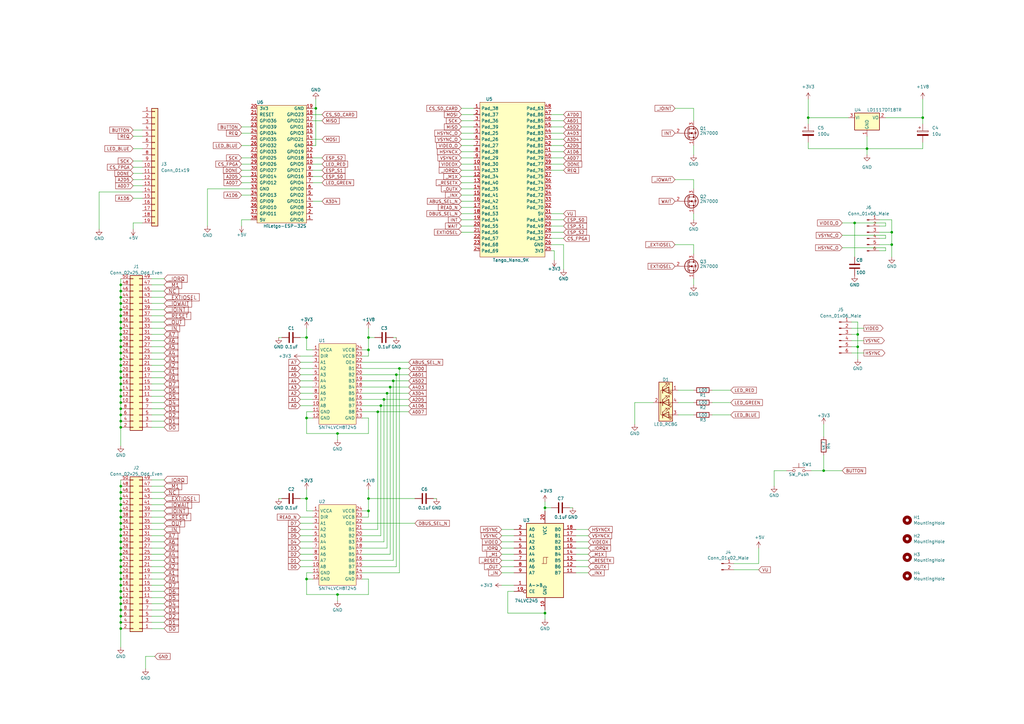
<source format=kicad_sch>
(kicad_sch (version 20211123) (generator eeschema)
  (paper "A3")
  (title_block (title "TRS-IO-M3 HIRES") (date "2022-07-24") (rev "V2.0") (comment 3 "Title: TRS-IO with HIRES for the TRS-80 Model III") (comment 4 "Author: Matt Boytim & Arno Puder"))
  (junction (at 49.53 149.86))
  (junction (at 49.53 132.08))
  (junction (at 49.53 147.32))
  (junction (at 350.52 91.44))
  (junction (at 151.13 204.47))
  (junction (at 163.83 151.13))
  (junction (at 351.79 137.16))
  (junction (at 49.53 137.16))
  (junction (at 49.53 214.63))
  (junction (at 49.53 172.72))
  (junction (at 365.76 95.25))
  (junction (at 49.53 154.94))
  (junction (at 49.53 227.33))
  (junction (at 49.53 157.48))
  (junction (at 49.53 170.18))
  (junction (at 223.52 208.28))
  (junction (at 49.53 209.55))
  (junction (at 49.53 152.4))
  (junction (at 355.6 60.96))
  (junction (at 49.53 199.39))
  (junction (at 49.53 139.7))
  (junction (at 49.53 160.02))
  (junction (at 49.53 142.24))
  (junction (at 125.73 237.49))
  (junction (at 125.73 204.47))
  (junction (at 151.13 209.55))
  (junction (at 49.53 224.79))
  (junction (at 162.56 153.67))
  (junction (at 158.75 161.29))
  (junction (at 331.47 48.26))
  (junction (at 160.02 158.75))
  (junction (at 49.53 250.19))
  (junction (at 49.53 127))
  (junction (at 49.53 204.47))
  (junction (at 125.73 138.43))
  (junction (at 49.53 229.87))
  (junction (at 154.94 168.91))
  (junction (at 49.53 124.46))
  (junction (at 49.53 217.17))
  (junction (at 49.53 234.95))
  (junction (at 49.53 252.73))
  (junction (at 138.43 243.84))
  (junction (at 49.53 167.64))
  (junction (at 161.29 156.21))
  (junction (at 49.53 219.71))
  (junction (at 49.53 212.09))
  (junction (at 223.52 251.46))
  (junction (at 49.53 242.57))
  (junction (at 49.53 237.49))
  (junction (at 49.53 134.62))
  (junction (at 49.53 116.84))
  (junction (at 151.13 143.51))
  (junction (at 49.53 257.81))
  (junction (at 156.21 166.37))
  (junction (at 49.53 232.41))
  (junction (at 125.73 171.45))
  (junction (at 49.53 144.78))
  (junction (at 49.53 121.92))
  (junction (at 157.48 163.83))
  (junction (at 129.54 44.45))
  (junction (at 49.53 175.26))
  (junction (at 49.53 165.1))
  (junction (at 49.53 119.38))
  (junction (at 49.53 240.03))
  (junction (at 337.82 193.04))
  (junction (at 49.53 207.01))
  (junction (at 49.53 201.93))
  (junction (at 49.53 162.56))
  (junction (at 49.53 129.54))
  (junction (at 138.43 177.8))
  (junction (at 378.46 48.26))
  (junction (at 49.53 255.27))
  (junction (at 351.79 142.24))
  (junction (at 49.53 247.65))
  (junction (at 49.53 245.11))
  (junction (at 49.53 222.25))
  (junction (at 151.13 138.43))
  (junction (at 365.76 100.33))
  (wire (pts (xy 102.87 90.17) (xy 99.06 90.17)))
  (wire (pts (xy 62.23 149.86) (xy 67.31 149.86)))
  (wire (pts (xy 129.54 44.45) (xy 129.54 59.69)))
  (wire (pts (xy 49.53 175.26) (xy 49.53 182.88)))
  (wire (pts (xy 337.82 173.99) (xy 337.82 179.07)))
  (wire (pts (xy 189.23 85.09) (xy 194.31 85.09)))
  (wire (pts (xy 154.94 168.91) (xy 167.64 168.91)))
  (wire (pts (xy 129.54 59.69) (xy 128.27 59.69)))
  (wire (pts (xy 148.59 151.13) (xy 163.83 151.13)))
  (wire (pts (xy 123.19 166.37) (xy 128.27 166.37)))
  (wire (pts (xy 114.3 138.43) (xy 115.57 138.43)))
  (wire (pts (xy 331.47 60.96) (xy 355.6 60.96)))
  (wire (pts (xy 189.23 59.69) (xy 194.31 59.69)))
  (wire (pts (xy 54.61 53.34) (xy 58.42 53.34)))
  (wire (pts (xy 226.06 92.71) (xy 231.14 92.71)))
  (wire (pts (xy 125.73 143.51) (xy 128.27 143.51)))
  (wire (pts (xy 49.53 149.86) (xy 49.53 152.4)))
  (wire (pts (xy 62.23 124.46) (xy 67.31 124.46)))
  (wire (pts (xy 205.74 232.41) (xy 210.82 232.41)))
  (wire (pts (xy 154.94 168.91) (xy 154.94 217.17)))
  (wire (pts (xy 337.82 186.69) (xy 337.82 193.04)))
  (wire (pts (xy 151.13 138.43) (xy 151.13 143.51)))
  (wire (pts (xy 49.53 119.38) (xy 49.53 121.92)))
  (wire (pts (xy 114.3 204.47) (xy 115.57 204.47)))
  (wire (pts (xy 148.59 143.51) (xy 151.13 143.51)))
  (wire (pts (xy 236.22 234.95) (xy 241.3 234.95)))
  (wire (pts (xy 205.74 229.87) (xy 210.82 229.87)))
  (wire (pts (xy 49.53 212.09) (xy 49.53 214.63)))
  (wire (pts (xy 132.08 49.53) (xy 128.27 49.53)))
  (wire (pts (xy 151.13 200.66) (xy 151.13 204.47)))
  (wire (pts (xy 208.28 242.57) (xy 208.28 251.46)))
  (wire (pts (xy 49.53 227.33) (xy 49.53 229.87)))
  (wire (pts (xy 226.06 49.53) (xy 231.14 49.53)))
  (wire (pts (xy 284.48 44.45) (xy 276.86 44.45)))
  (wire (pts (xy 54.61 60.96) (xy 58.42 60.96)))
  (wire (pts (xy 123.19 222.25) (xy 128.27 222.25)))
  (wire (pts (xy 223.52 205.74) (xy 223.52 208.28)))
  (wire (pts (xy 123.19 219.71) (xy 128.27 219.71)))
  (wire (pts (xy 189.23 57.15) (xy 194.31 57.15)))
  (wire (pts (xy 59.69 269.24) (xy 63.5 269.24)))
  (wire (pts (xy 49.53 214.63) (xy 49.53 217.17)))
  (wire (pts (xy 189.23 67.31) (xy 194.31 67.31)))
  (wire (pts (xy 300.99 231.14) (xy 311.15 231.14)))
  (wire (pts (xy 350.52 91.44) (xy 363.22 91.44)))
  (wire (pts (xy 62.23 232.41) (xy 67.31 232.41)))
  (wire (pts (xy 210.82 240.03) (xy 205.74 240.03)))
  (wire (pts (xy 123.19 229.87) (xy 128.27 229.87)))
  (wire (pts (xy 236.22 222.25) (xy 241.3 222.25)))
  (wire (pts (xy 138.43 243.84) (xy 151.13 243.84)))
  (wire (pts (xy 260.35 173.99) (xy 260.35 165.1)))
  (wire (pts (xy 123.19 153.67) (xy 128.27 153.67)))
  (wire (pts (xy 365.76 95.25) (xy 365.76 100.33)))
  (wire (pts (xy 99.06 90.17) (xy 99.06 92.71)))
  (wire (pts (xy 99.06 74.93) (xy 102.87 74.93)))
  (wire (pts (xy 148.59 224.79) (xy 158.75 224.79)))
  (wire (pts (xy 210.82 242.57) (xy 208.28 242.57)))
  (wire (pts (xy 123.19 158.75) (xy 128.27 158.75)))
  (wire (pts (xy 58.42 66.04) (xy 54.61 66.04)))
  (wire (pts (xy 223.52 250.19) (xy 223.52 251.46)))
  (wire (pts (xy 49.53 147.32) (xy 49.53 149.86)))
  (wire (pts (xy 226.06 54.61) (xy 231.14 54.61)))
  (wire (pts (xy 351.79 132.08) (xy 351.79 137.16)))
  (wire (pts (xy 49.53 157.48) (xy 49.53 160.02)))
  (wire (pts (xy 49.53 257.81) (xy 49.53 265.43)))
  (wire (pts (xy 99.06 52.07) (xy 102.87 52.07)))
  (wire (pts (xy 151.13 243.84) (xy 151.13 237.49)))
  (wire (pts (xy 179.07 204.47) (xy 177.8 204.47)))
  (wire (pts (xy 49.53 162.56) (xy 49.53 165.1)))
  (wire (pts (xy 349.25 132.08) (xy 351.79 132.08)))
  (wire (pts (xy 158.75 161.29) (xy 158.75 224.79)))
  (wire (pts (xy 260.35 165.1) (xy 267.97 165.1)))
  (wire (pts (xy 123.19 161.29) (xy 128.27 161.29)))
  (wire (pts (xy 151.13 177.8) (xy 151.13 171.45)))
  (wire (pts (xy 292.1 160.02) (xy 299.72 160.02)))
  (wire (pts (xy 62.23 132.08) (xy 67.31 132.08)))
  (wire (pts (xy 349.25 137.16) (xy 351.79 137.16)))
  (wire (pts (xy 62.23 252.73) (xy 67.31 252.73)))
  (wire (pts (xy 123.19 227.33) (xy 128.27 227.33)))
  (wire (pts (xy 102.87 54.61) (xy 99.06 54.61)))
  (wire (pts (xy 49.53 242.57) (xy 49.53 245.11)))
  (wire (pts (xy 62.23 207.01) (xy 67.31 207.01)))
  (wire (pts (xy 205.74 227.33) (xy 210.82 227.33)))
  (wire (pts (xy 49.53 217.17) (xy 49.53 219.71)))
  (wire (pts (xy 125.73 138.43) (xy 125.73 143.51)))
  (wire (pts (xy 189.23 95.25) (xy 194.31 95.25)))
  (wire (pts (xy 49.53 170.18) (xy 49.53 172.72)))
  (wire (pts (xy 365.76 90.17) (xy 365.76 95.25)))
  (wire (pts (xy 278.13 170.18) (xy 284.48 170.18)))
  (wire (pts (xy 226.06 62.23) (xy 231.14 62.23)))
  (wire (pts (xy 62.23 201.93) (xy 67.31 201.93)))
  (wire (pts (xy 349.25 144.78) (xy 354.33 144.78)))
  (wire (pts (xy 163.83 151.13) (xy 167.64 151.13)))
  (wire (pts (xy 62.23 196.85) (xy 67.31 196.85)))
  (wire (pts (xy 123.19 148.59) (xy 128.27 148.59)))
  (wire (pts (xy 62.23 229.87) (xy 67.31 229.87)))
  (wire (pts (xy 49.53 121.92) (xy 49.53 124.46)))
  (wire (pts (xy 49.53 196.85) (xy 49.53 199.39)))
  (wire (pts (xy 138.43 243.84) (xy 138.43 246.38)))
  (wire (pts (xy 49.53 255.27) (xy 49.53 257.81)))
  (wire (pts (xy 231.14 100.33) (xy 231.14 110.49)))
  (wire (pts (xy 226.06 59.69) (xy 231.14 59.69)))
  (wire (pts (xy 129.54 40.64) (xy 129.54 44.45)))
  (wire (pts (xy 345.44 96.52) (xy 363.22 96.52)))
  (wire (pts (xy 58.42 78.74) (xy 40.64 78.74)))
  (wire (pts (xy 158.75 161.29) (xy 167.64 161.29)))
  (wire (pts (xy 151.13 209.55) (xy 151.13 212.09)))
  (wire (pts (xy 62.23 219.71) (xy 67.31 219.71)))
  (wire (pts (xy 49.53 234.95) (xy 49.53 237.49)))
  (wire (pts (xy 360.68 90.17) (xy 365.76 90.17)))
  (wire (pts (xy 62.23 250.19) (xy 67.31 250.19)))
  (wire (pts (xy 102.87 67.31) (xy 99.06 67.31)))
  (wire (pts (xy 99.06 59.69) (xy 102.87 59.69)))
  (wire (pts (xy 189.23 82.55) (xy 194.31 82.55)))
  (wire (pts (xy 62.23 242.57) (xy 67.31 242.57)))
  (wire (pts (xy 148.59 222.25) (xy 157.48 222.25)))
  (wire (pts (xy 189.23 46.99) (xy 194.31 46.99)))
  (wire (pts (xy 363.22 92.71) (xy 360.68 92.71)))
  (wire (pts (xy 132.08 74.93) (xy 128.27 74.93)))
  (wire (pts (xy 59.69 274.32) (xy 59.69 269.24)))
  (wire (pts (xy 49.53 172.72) (xy 49.53 175.26)))
  (wire (pts (xy 58.42 71.12) (xy 54.61 71.12)))
  (wire (pts (xy 49.53 152.4) (xy 49.53 154.94)))
  (wire (pts (xy 62.23 257.81) (xy 67.31 257.81)))
  (wire (pts (xy 236.22 232.41) (xy 241.3 232.41)))
  (wire (pts (xy 162.56 138.43) (xy 161.29 138.43)))
  (wire (pts (xy 233.68 208.28) (xy 234.95 208.28)))
  (wire (pts (xy 148.59 214.63) (xy 170.18 214.63)))
  (wire (pts (xy 148.59 217.17) (xy 154.94 217.17)))
  (wire (pts (xy 62.23 144.78) (xy 67.31 144.78)))
  (wire (pts (xy 205.74 234.95) (xy 210.82 234.95)))
  (wire (pts (xy 125.73 134.62) (xy 125.73 138.43)))
  (wire (pts (xy 125.73 234.95) (xy 125.73 237.49)))
  (wire (pts (xy 123.19 232.41) (xy 128.27 232.41)))
  (wire (pts (xy 151.13 212.09) (xy 148.59 212.09)))
  (wire (pts (xy 355.6 60.96) (xy 378.46 60.96)))
  (wire (pts (xy 151.13 146.05) (xy 148.59 146.05)))
  (wire (pts (xy 123.19 156.21) (xy 128.27 156.21)))
  (wire (pts (xy 148.59 161.29) (xy 158.75 161.29)))
  (wire (pts (xy 62.23 204.47) (xy 67.31 204.47)))
  (wire (pts (xy 210.82 222.25) (xy 205.74 222.25)))
  (wire (pts (xy 226.06 90.17) (xy 231.14 90.17)))
  (wire (pts (xy 62.23 172.72) (xy 67.31 172.72)))
  (wire (pts (xy 378.46 48.26) (xy 378.46 50.8)))
  (wire (pts (xy 156.21 166.37) (xy 167.64 166.37)))
  (wire (pts (xy 49.53 129.54) (xy 49.53 132.08)))
  (wire (pts (xy 49.53 116.84) (xy 49.53 119.38)))
  (wire (pts (xy 49.53 137.16) (xy 49.53 139.7)))
  (wire (pts (xy 62.23 152.4) (xy 67.31 152.4)))
  (wire (pts (xy 355.6 55.88) (xy 355.6 60.96)))
  (wire (pts (xy 62.23 157.48) (xy 67.31 157.48)))
  (wire (pts (xy 125.73 237.49) (xy 128.27 237.49)))
  (wire (pts (xy 49.53 240.03) (xy 49.53 242.57)))
  (wire (pts (xy 62.23 224.79) (xy 67.31 224.79)))
  (wire (pts (xy 278.13 165.1) (xy 284.48 165.1)))
  (wire (pts (xy 189.23 77.47) (xy 194.31 77.47)))
  (wire (pts (xy 62.23 142.24) (xy 67.31 142.24)))
  (wire (pts (xy 337.82 193.04) (xy 345.44 193.04)))
  (wire (pts (xy 151.13 204.47) (xy 170.18 204.47)))
  (wire (pts (xy 49.53 124.46) (xy 49.53 127)))
  (wire (pts (xy 189.23 62.23) (xy 194.31 62.23)))
  (wire (pts (xy 151.13 134.62) (xy 151.13 138.43)))
  (wire (pts (xy 123.19 151.13) (xy 128.27 151.13)))
  (wire (pts (xy 128.27 234.95) (xy 125.73 234.95)))
  (wire (pts (xy 49.53 229.87) (xy 49.53 232.41)))
  (wire (pts (xy 49.53 167.64) (xy 49.53 170.18)))
  (wire (pts (xy 148.59 171.45) (xy 151.13 171.45)))
  (wire (pts (xy 148.59 232.41) (xy 162.56 232.41)))
  (wire (pts (xy 151.13 138.43) (xy 153.67 138.43)))
  (wire (pts (xy 62.23 162.56) (xy 67.31 162.56)))
  (wire (pts (xy 125.73 237.49) (xy 125.73 243.84)))
  (wire (pts (xy 226.06 95.25) (xy 231.14 95.25)))
  (wire (pts (xy 284.48 87.63) (xy 284.48 90.17)))
  (wire (pts (xy 236.22 227.33) (xy 241.3 227.33)))
  (wire (pts (xy 54.61 91.44) (xy 54.61 93.98)))
  (wire (pts (xy 148.59 156.21) (xy 161.29 156.21)))
  (wire (pts (xy 49.53 165.1) (xy 49.53 167.64)))
  (wire (pts (xy 236.22 219.71) (xy 241.3 219.71)))
  (wire (pts (xy 345.44 91.44) (xy 350.52 91.44)))
  (wire (pts (xy 194.31 72.39) (xy 189.23 72.39)))
  (wire (pts (xy 138.43 177.8) (xy 138.43 180.34)))
  (wire (pts (xy 102.87 77.47) (xy 85.09 77.47)))
  (wire (pts (xy 128.27 46.99) (xy 132.08 46.99)))
  (wire (pts (xy 49.53 237.49) (xy 49.53 240.03)))
  (wire (pts (xy 157.48 163.83) (xy 167.64 163.83)))
  (wire (pts (xy 322.58 193.04) (xy 317.5 193.04)))
  (wire (pts (xy 349.25 139.7) (xy 354.33 139.7)))
  (wire (pts (xy 62.23 222.25) (xy 67.31 222.25)))
  (wire (pts (xy 365.76 100.33) (xy 365.76 105.41)))
  (wire (pts (xy 363.22 101.6) (xy 363.22 102.87)))
  (wire (pts (xy 49.53 245.11) (xy 49.53 247.65)))
  (wire (pts (xy 226.06 46.99) (xy 231.14 46.99)))
  (wire (pts (xy 148.59 234.95) (xy 163.83 234.95)))
  (wire (pts (xy 125.73 204.47) (xy 125.73 209.55)))
  (wire (pts (xy 205.74 224.79) (xy 210.82 224.79)))
  (wire (pts (xy 62.23 129.54) (xy 67.31 129.54)))
  (wire (pts (xy 49.53 144.78) (xy 49.53 147.32)))
  (wire (pts (xy 62.23 245.11) (xy 67.31 245.11)))
  (wire (pts (xy 226.06 64.77) (xy 231.14 64.77)))
  (wire (pts (xy 128.27 72.39) (xy 132.08 72.39)))
  (wire (pts (xy 62.23 127) (xy 67.31 127)))
  (wire (pts (xy 226.06 69.85) (xy 231.14 69.85)))
  (wire (pts (xy 62.23 199.39) (xy 67.31 199.39)))
  (wire (pts (xy 189.23 74.93) (xy 194.31 74.93)))
  (wire (pts (xy 49.53 114.3) (xy 49.53 116.84)))
  (wire (pts (xy 223.52 208.28) (xy 226.06 208.28)))
  (wire (pts (xy 148.59 153.67) (xy 162.56 153.67)))
  (wire (pts (xy 40.64 78.74) (xy 40.64 93.98)))
  (wire (pts (xy 160.02 158.75) (xy 160.02 227.33)))
  (wire (pts (xy 49.53 160.02) (xy 49.53 162.56)))
  (wire (pts (xy 62.23 139.7) (xy 67.31 139.7)))
  (wire (pts (xy 49.53 127) (xy 49.53 129.54)))
  (wire (pts (xy 317.5 193.04) (xy 317.5 199.39)))
  (wire (pts (xy 189.23 54.61) (xy 194.31 54.61)))
  (wire (pts (xy 162.56 153.67) (xy 167.64 153.67)))
  (wire (pts (xy 62.23 160.02) (xy 67.31 160.02)))
  (wire (pts (xy 49.53 252.73) (xy 49.53 255.27)))
  (wire (pts (xy 226.06 52.07) (xy 231.14 52.07)))
  (wire (pts (xy 128.27 168.91) (xy 125.73 168.91)))
  (wire (pts (xy 102.87 69.85) (xy 99.06 69.85)))
  (wire (pts (xy 148.59 168.91) (xy 154.94 168.91)))
  (wire (pts (xy 49.53 134.62) (xy 49.53 137.16)))
  (wire (pts (xy 331.47 48.26) (xy 331.47 50.8)))
  (wire (pts (xy 223.52 208.28) (xy 223.52 209.55)))
  (wire (pts (xy 123.19 163.83) (xy 128.27 163.83)))
  (wire (pts (xy 49.53 232.41) (xy 49.53 234.95)))
  (wire (pts (xy 125.73 168.91) (xy 125.73 171.45)))
  (wire (pts (xy 151.13 204.47) (xy 151.13 209.55)))
  (wire (pts (xy 331.47 48.26) (xy 347.98 48.26)))
  (wire (pts (xy 99.06 72.39) (xy 102.87 72.39)))
  (wire (pts (xy 58.42 55.88) (xy 54.61 55.88)))
  (wire (pts (xy 189.23 90.17) (xy 194.31 90.17)))
  (wire (pts (xy 123.19 224.79) (xy 128.27 224.79)))
  (wire (pts (xy 49.53 209.55) (xy 49.53 212.09)))
  (wire (pts (xy 292.1 170.18) (xy 299.72 170.18)))
  (wire (pts (xy 360.68 100.33) (xy 365.76 100.33)))
  (wire (pts (xy 125.73 171.45) (xy 125.73 177.8)))
  (wire (pts (xy 62.23 212.09) (xy 67.31 212.09)))
  (wire (pts (xy 128.27 82.55) (xy 132.08 82.55)))
  (wire (pts (xy 205.74 217.17) (xy 210.82 217.17)))
  (wire (pts (xy 125.73 243.84) (xy 138.43 243.84)))
  (wire (pts (xy 160.02 158.75) (xy 167.64 158.75)))
  (wire (pts (xy 284.48 73.66) (xy 284.48 77.47)))
  (wire (pts (xy 128.27 212.09) (xy 123.19 212.09)))
  (wire (pts (xy 85.09 77.47) (xy 85.09 92.71)))
  (wire (pts (xy 123.19 217.17) (xy 128.27 217.17)))
  (wire (pts (xy 102.87 64.77) (xy 99.06 64.77)))
  (wire (pts (xy 227.33 102.87) (xy 227.33 106.68)))
  (wire (pts (xy 49.53 199.39) (xy 49.53 201.93)))
  (wire (pts (xy 49.53 132.08) (xy 49.53 134.62)))
  (wire (pts (xy 62.23 217.17) (xy 67.31 217.17)))
  (wire (pts (xy 161.29 156.21) (xy 167.64 156.21)))
  (wire (pts (xy 58.42 91.44) (xy 54.61 91.44)))
  (wire (pts (xy 62.23 170.18) (xy 67.31 170.18)))
  (wire (pts (xy 123.19 214.63) (xy 128.27 214.63)))
  (wire (pts (xy 148.59 219.71) (xy 156.21 219.71)))
  (wire (pts (xy 125.73 177.8) (xy 138.43 177.8)))
  (wire (pts (xy 345.44 101.6) (xy 363.22 101.6)))
  (wire (pts (xy 49.53 250.19) (xy 49.53 252.73)))
  (wire (pts (xy 189.23 92.71) (xy 194.31 92.71)))
  (wire (pts (xy 231.14 87.63) (xy 226.06 87.63)))
  (wire (pts (xy 62.23 227.33) (xy 67.31 227.33)))
  (wire (pts (xy 138.43 177.8) (xy 151.13 177.8)))
  (wire (pts (xy 49.53 219.71) (xy 49.53 222.25)))
  (wire (pts (xy 156.21 166.37) (xy 156.21 219.71)))
  (wire (pts (xy 132.08 67.31) (xy 128.27 67.31)))
  (wire (pts (xy 363.22 96.52) (xy 363.22 97.79)))
  (wire (pts (xy 123.19 138.43) (xy 125.73 138.43)))
  (wire (pts (xy 62.23 114.3) (xy 67.31 114.3)))
  (wire (pts (xy 226.06 57.15) (xy 231.14 57.15)))
  (wire (pts (xy 205.74 219.71) (xy 210.82 219.71)))
  (wire (pts (xy 189.23 69.85) (xy 194.31 69.85)))
  (wire (pts (xy 189.23 52.07) (xy 194.31 52.07)))
  (wire (pts (xy 363.22 97.79) (xy 360.68 97.79)))
  (wire (pts (xy 331.47 40.64) (xy 331.47 48.26)))
  (wire (pts (xy 62.23 167.64) (xy 67.31 167.64)))
  (wire (pts (xy 62.23 255.27) (xy 67.31 255.27)))
  (wire (pts (xy 223.52 251.46) (xy 223.52 254)))
  (wire (pts (xy 350.52 105.41) (xy 350.52 91.44)))
  (wire (pts (xy 128.27 44.45) (xy 129.54 44.45)))
  (wire (pts (xy 148.59 163.83) (xy 157.48 163.83)))
  (wire (pts (xy 331.47 58.42) (xy 331.47 60.96)))
  (wire (pts (xy 226.06 102.87) (xy 227.33 102.87)))
  (wire (pts (xy 62.23 147.32) (xy 67.31 147.32)))
  (wire (pts (xy 378.46 58.42) (xy 378.46 60.96)))
  (wire (pts (xy 125.73 209.55) (xy 128.27 209.55)))
  (wire (pts (xy 189.23 64.77) (xy 194.31 64.77)))
  (wire (pts (xy 128.27 64.77) (xy 132.08 64.77)))
  (wire (pts (xy 132.08 57.15) (xy 128.27 57.15)))
  (wire (pts (xy 349.25 142.24) (xy 351.79 142.24)))
  (wire (pts (xy 62.23 119.38) (xy 67.31 119.38)))
  (wire (pts (xy 125.73 200.66) (xy 125.73 204.47)))
  (wire (pts (xy 62.23 234.95) (xy 67.31 234.95)))
  (wire (pts (xy 360.68 95.25) (xy 365.76 95.25)))
  (wire (pts (xy 49.53 204.47) (xy 49.53 207.01)))
  (wire (pts (xy 58.42 68.58) (xy 54.61 68.58)))
  (wire (pts (xy 363.22 91.44) (xy 363.22 92.71)))
  (wire (pts (xy 49.53 154.94) (xy 49.53 157.48)))
  (wire (pts (xy 284.48 59.69) (xy 284.48 63.5)))
  (wire (pts (xy 62.23 121.92) (xy 67.31 121.92)))
  (wire (pts (xy 189.23 49.53) (xy 194.31 49.53)))
  (wire (pts (xy 284.48 49.53) (xy 284.48 44.45)))
  (wire (pts (xy 148.59 148.59) (xy 167.64 148.59)))
  (wire (pts (xy 189.23 87.63) (xy 194.31 87.63)))
  (wire (pts (xy 148.59 166.37) (xy 156.21 166.37)))
  (wire (pts (xy 236.22 217.17) (xy 241.3 217.17)))
  (wire (pts (xy 62.23 240.03) (xy 67.31 240.03)))
  (wire (pts (xy 300.99 233.68) (xy 311.15 233.68)))
  (wire (pts (xy 236.22 224.79) (xy 241.3 224.79)))
  (wire (pts (xy 62.23 154.94) (xy 67.31 154.94)))
  (wire (pts (xy 163.83 151.13) (xy 163.83 234.95)))
  (wire (pts (xy 148.59 227.33) (xy 160.02 227.33)))
  (wire (pts (xy 148.59 237.49) (xy 151.13 237.49)))
  (wire (pts (xy 62.23 214.63) (xy 67.31 214.63)))
  (wire (pts (xy 62.23 247.65) (xy 67.31 247.65)))
  (wire (pts (xy 284.48 114.3) (xy 284.48 116.84)))
  (wire (pts (xy 161.29 156.21) (xy 161.29 229.87)))
  (wire (pts (xy 349.25 134.62) (xy 354.33 134.62)))
  (wire (pts (xy 62.23 165.1) (xy 67.31 165.1)))
  (wire (pts (xy 49.53 224.79) (xy 49.53 227.33)))
  (wire (pts (xy 226.06 100.33) (xy 231.14 100.33)))
  (wire (pts (xy 355.6 60.96) (xy 355.6 63.5)))
  (wire (pts (xy 49.53 142.24) (xy 49.53 144.78)))
  (wire (pts (xy 128.27 146.05) (xy 123.19 146.05)))
  (wire (pts (xy 128.27 69.85) (xy 132.08 69.85)))
  (wire (pts (xy 49.53 207.01) (xy 49.53 209.55)))
  (wire (pts (xy 284.48 100.33) (xy 284.48 104.14)))
  (wire (pts (xy 54.61 76.2) (xy 58.42 76.2)))
  (wire (pts (xy 208.28 251.46) (xy 223.52 251.46)))
  (wire (pts (xy 62.23 175.26) (xy 67.31 175.26)))
  (wire (pts (xy 49.53 247.65) (xy 49.53 250.19)))
  (wire (pts (xy 148.59 229.87) (xy 161.29 229.87)))
  (wire (pts (xy 62.23 237.49) (xy 67.31 237.49)))
  (wire (pts (xy 337.82 193.04) (xy 332.74 193.04)))
  (wire (pts (xy 49.53 139.7) (xy 49.53 142.24)))
  (wire (pts (xy 236.22 229.87) (xy 241.3 229.87)))
  (wire (pts (xy 151.13 143.51) (xy 151.13 146.05)))
  (wire (pts (xy 148.59 209.55) (xy 151.13 209.55)))
  (wire (pts (xy 378.46 48.26) (xy 363.22 48.26)))
  (wire (pts (xy 189.23 80.01) (xy 194.31 80.01)))
  (wire (pts (xy 162.56 153.67) (xy 162.56 232.41)))
  (wire (pts (xy 62.23 209.55) (xy 67.31 209.55)))
  (wire (pts (xy 378.46 40.64) (xy 378.46 48.26)))
  (wire (pts (xy 62.23 116.84) (xy 67.31 116.84)))
  (wire (pts (xy 226.06 97.79) (xy 231.14 97.79)))
  (wire (pts (xy 276.86 73.66) (xy 284.48 73.66)))
  (wire (pts (xy 363.22 102.87) (xy 360.68 102.87)))
  (wire (pts (xy 351.79 137.16) (xy 351.79 142.24)))
  (wire (pts (xy 276.86 100.33) (xy 284.48 100.33)))
  (wire (pts (xy 189.23 44.45) (xy 194.31 44.45)))
  (wire (pts (xy 226.06 67.31) (xy 231.14 67.31)))
  (wire (pts (xy 278.13 160.02) (xy 284.48 160.02)))
  (wire (pts (xy 311.15 231.14) (xy 311.15 224.79)))
  (wire (pts (xy 54.61 73.66) (xy 58.42 73.66)))
  (wire (pts (xy 125.73 171.45) (xy 128.27 171.45)))
  (wire (pts (xy 62.23 134.62) (xy 67.31 134.62)))
  (wire (pts (xy 148.59 158.75) (xy 160.02 158.75)))
  (wire (pts (xy 54.61 81.28) (xy 58.42 81.28)))
  (wire (pts (xy 123.19 204.47) (xy 125.73 204.47)))
  (wire (pts (xy 49.53 222.25) (xy 49.53 224.79)))
  (wire (pts (xy 351.79 142.24) (xy 351.79 147.32)))
  (wire (pts (xy 292.1 165.1) (xy 299.72 165.1)))
  (wire (pts (xy 62.23 137.16) (xy 67.31 137.16)))
  (wire (pts (xy 49.53 201.93) (xy 49.53 204.47)))
  (wire (pts (xy 99.06 80.01) (xy 102.87 80.01)))
  (wire (pts (xy 157.48 163.83) (xy 157.48 222.25)))
  (global_label "A7" (shape input) (at 67.31 137.16 0) (effects (font (size 1.524 1.524))) (property "Intersheet References" "${INTERSHEET_REFS}" (effects hide)))
  (global_label "D1" (shape input) (at 123.19 229.87 180) (property "Intersheet References" "${INTERSHEET_REFS}" (effects hide)))
  (global_label "_EXTIOSEL" (shape input) (at 67.31 121.92 0) (effects (font (size 1.524 1.524))) (property "Intersheet References" "${INTERSHEET_REFS}" (effects hide)))
  (global_label "LED_BLUE" (shape input) (at 54.61 60.96 180) (property "Intersheet References" "${INTERSHEET_REFS}" (effects hide)))
  (global_label "A5" (shape input) (at 67.31 224.79 0) (effects (font (size 1.524 1.524))) (property "Intersheet References" "${INTERSHEET_REFS}" (effects hide)))
  (global_label "D1" (shape input) (at 67.31 172.72 0) (effects (font (size 1.524 1.524))) (property "Intersheet References" "${INTERSHEET_REFS}" (effects hide)))
  (global_label "A6" (shape input) (at 67.31 222.25 0) (effects (font (size 1.524 1.524))) (property "Intersheet References" "${INTERSHEET_REFS}" (effects hide)))
  (global_label "A0D7" (shape input) (at 167.64 168.91 0) (property "Intersheet References" "${INTERSHEET_REFS}" (effects hide)))
  (global_label "_EXTIOSEL" (shape input) (at 67.31 204.47 0) (effects (font (size 1.524 1.524))) (property "Intersheet References" "${INTERSHEET_REFS}" (effects hide)))
  (global_label "ESP_S1" (shape input) (at 132.08 69.85 0) (property "Intersheet References" "${INTERSHEET_REFS}" (effects hide)))
  (global_label "VSYNCX" (shape input) (at 189.23 64.77 180) (property "Intersheet References" "${INTERSHEET_REFS}" (effects hide)))
  (global_label "D4" (shape input) (at 123.19 222.25 180) (property "Intersheet References" "${INTERSHEET_REFS}" (effects hide)))
  (global_label "LED_BLUE" (shape input) (at 299.72 170.18 0) (property "Intersheet References" "${INTERSHEET_REFS}" (effects hide)))
  (global_label "A5D2" (shape input) (at 167.64 156.21 0) (property "Intersheet References" "${INTERSHEET_REFS}" (effects hide)))
  (global_label "D7" (shape input) (at 123.19 214.63 180) (property "Intersheet References" "${INTERSHEET_REFS}" (effects hide)))
  (global_label "A6" (shape input) (at 123.19 151.13 180) (property "Intersheet References" "${INTERSHEET_REFS}" (effects hide)))
  (global_label "VU" (shape input) (at 231.14 87.63 0) (property "Intersheet References" "${INTERSHEET_REFS}" (effects hide)))
  (global_label "_IORQX" (shape input) (at 189.23 69.85 180) (property "Intersheet References" "${INTERSHEET_REFS}" (effects hide)))
  (global_label "A4D3" (shape input) (at 231.14 54.61 0) (property "Intersheet References" "${INTERSHEET_REFS}" (effects hide)))
  (global_label "_M1" (shape input) (at 67.31 199.39 0) (effects (font (size 1.524 1.524))) (property "Intersheet References" "${INTERSHEET_REFS}" (effects hide)))
  (global_label "ESP_S2" (shape input) (at 132.08 64.77 0) (property "Intersheet References" "${INTERSHEET_REFS}" (effects hide)))
  (global_label "EXTIOSEL" (shape input) (at 189.23 95.25 180) (property "Intersheet References" "${INTERSHEET_REFS}" (effects hide)))
  (global_label "READ_N" (shape input) (at 189.23 85.09 180) (property "Intersheet References" "${INTERSHEET_REFS}" (effects hide)))
  (global_label "VIDEOX" (shape input) (at 241.3 222.25 0) (property "Intersheet References" "${INTERSHEET_REFS}" (effects hide)))
  (global_label "A3" (shape input) (at 67.31 147.32 0) (effects (font (size 1.524 1.524))) (property "Intersheet References" "${INTERSHEET_REFS}" (effects hide)))
  (global_label "CS_FPGA" (shape input) (at 54.61 68.58 180) (property "Intersheet References" "${INTERSHEET_REFS}" (effects hide)))
  (global_label "MOSI" (shape input) (at 189.23 46.99 180) (property "Intersheet References" "${INTERSHEET_REFS}" (effects hide)))
  (global_label "A1" (shape input) (at 67.31 152.4 0) (effects (font (size 1.524 1.524))) (property "Intersheet References" "${INTERSHEET_REFS}" (effects hide)))
  (global_label "D6" (shape input) (at 67.31 242.57 0) (effects (font (size 1.524 1.524))) (property "Intersheet References" "${INTERSHEET_REFS}" (effects hide)))
  (global_label "A6D1" (shape input) (at 231.14 49.53 0) (property "Intersheet References" "${INTERSHEET_REFS}" (effects hide)))
  (global_label "WAIT" (shape input) (at 189.23 92.71 180) (property "Intersheet References" "${INTERSHEET_REFS}" (effects hide)))
  (global_label "INT" (shape input) (at 276.86 54.61 180) (property "Intersheet References" "${INTERSHEET_REFS}" (effects hide)))
  (global_label "A1D6" (shape input) (at 54.61 81.28 180) (property "Intersheet References" "${INTERSHEET_REFS}" (effects hide)))
  (global_label "A2" (shape input) (at 123.19 161.29 180) (property "Intersheet References" "${INTERSHEET_REFS}" (effects hide)))
  (global_label "_OUT" (shape input) (at 67.31 132.08 0) (effects (font (size 1.524 1.524))) (property "Intersheet References" "${INTERSHEET_REFS}" (effects hide)))
  (global_label "VSYNC" (shape input) (at 205.74 219.71 180) (property "Intersheet References" "${INTERSHEET_REFS}" (effects hide)))
  (global_label "A1" (shape input) (at 67.31 234.95 0) (effects (font (size 1.524 1.524))) (property "Intersheet References" "${INTERSHEET_REFS}" (effects hide)))
  (global_label "A1D6" (shape input) (at 167.64 166.37 0) (property "Intersheet References" "${INTERSHEET_REFS}" (effects hide)))
  (global_label "HSYNC" (shape output) (at 354.33 144.78 0) (property "Intersheet References" "${INTERSHEET_REFS}" (effects hide)))
  (global_label "_OUT" (shape input) (at 205.74 232.41 180) (property "Intersheet References" "${INTERSHEET_REFS}" (effects hide)))
  (global_label "A2" (shape input) (at 67.31 149.86 0) (effects (font (size 1.524 1.524))) (property "Intersheet References" "${INTERSHEET_REFS}" (effects hide)))
  (global_label "A7D0" (shape input) (at 167.64 151.13 0) (property "Intersheet References" "${INTERSHEET_REFS}" (effects hide)))
  (global_label "LED_BLUE" (shape input) (at 99.06 59.69 180) (property "Intersheet References" "${INTERSHEET_REFS}" (effects hide)))
  (global_label "LED_GREEN" (shape input) (at 132.08 74.93 0) (property "Intersheet References" "${INTERSHEET_REFS}" (effects hide)))
  (global_label "D7" (shape input) (at 67.31 240.03 0) (effects (font (size 1.524 1.524))) (property "Intersheet References" "${INTERSHEET_REFS}" (effects hide)))
  (global_label "VSYNCX" (shape input) (at 241.3 219.71 0) (property "Intersheet References" "${INTERSHEET_REFS}" (effects hide)))
  (global_label "HSYNCX" (shape input) (at 189.23 62.23 180) (property "Intersheet References" "${INTERSHEET_REFS}" (effects hide)))
  (global_label "D0" (shape input) (at 67.31 257.81 0) (effects (font (size 1.524 1.524))) (property "Intersheet References" "${INTERSHEET_REFS}" (effects hide)))
  (global_label "CS_FPGA" (shape input) (at 99.06 67.31 180) (property "Intersheet References" "${INTERSHEET_REFS}" (effects hide)))
  (global_label "_IN" (shape input) (at 67.31 134.62 0) (effects (font (size 1.524 1.524))) (property "Intersheet References" "${INTERSHEET_REFS}" (effects hide)))
  (global_label "HSYNC_O" (shape input) (at 345.44 101.6 180) (property "Intersheet References" "${INTERSHEET_REFS}" (effects hide)))
  (global_label "_INX" (shape input) (at 189.23 80.01 180) (property "Intersheet References" "${INTERSHEET_REFS}" (effects hide)))
  (global_label "D6" (shape input) (at 123.19 217.17 180) (property "Intersheet References" "${INTERSHEET_REFS}" (effects hide)))
  (global_label "_IORQ" (shape input) (at 67.31 196.85 0) (effects (font (size 1.524 1.524))) (property "Intersheet References" "${INTERSHEET_REFS}" (effects hide)))
  (global_label "A7" (shape input) (at 67.31 219.71 0) (effects (font (size 1.524 1.524))) (property "Intersheet References" "${INTERSHEET_REFS}" (effects hide)))
  (global_label "VSYNC" (shape output) (at 354.33 139.7 0) (property "Intersheet References" "${INTERSHEET_REFS}" (effects hide)))
  (global_label "READ_N" (shape input) (at 123.19 212.09 180) (property "Intersheet References" "${INTERSHEET_REFS}" (effects hide)))
  (global_label "_M1" (shape input) (at 67.31 116.84 0) (effects (font (size 1.524 1.524))) (property "Intersheet References" "${INTERSHEET_REFS}" (effects hide)))
  (global_label "A5" (shape input) (at 123.19 153.67 180) (property "Intersheet References" "${INTERSHEET_REFS}" (effects hide)))
  (global_label "MISO" (shape input) (at 132.08 49.53 0) (property "Intersheet References" "${INTERSHEET_REFS}" (effects hide)))
  (global_label "LED_RED" (shape input) (at 299.72 160.02 0) (property "Intersheet References" "${INTERSHEET_REFS}" (effects hide)))
  (global_label "VSYNC_O" (shape input) (at 189.23 57.15 180) (property "Intersheet References" "${INTERSHEET_REFS}" (effects hide)))
  (global_label "_INX" (shape input) (at 241.3 234.95 0) (property "Intersheet References" "${INTERSHEET_REFS}" (effects hide)))
  (global_label "ESP_S0" (shape input) (at 231.14 90.17 0) (property "Intersheet References" "${INTERSHEET_REFS}" (effects hide)))
  (global_label "_OUT" (shape input) (at 67.31 214.63 0) (effects (font (size 1.524 1.524))) (property "Intersheet References" "${INTERSHEET_REFS}" (effects hide)))
  (global_label "A0D7" (shape input) (at 99.06 74.93 180) (property "Intersheet References" "${INTERSHEET_REFS}" (effects hide)))
  (global_label "D4" (shape input) (at 67.31 165.1 0) (effects (font (size 1.524 1.524))) (property "Intersheet References" "${INTERSHEET_REFS}" (effects hide)))
  (global_label "A6D1" (shape input) (at 167.64 153.67 0) (property "Intersheet References" "${INTERSHEET_REFS}" (effects hide)))
  (global_label "_RESET" (shape input) (at 67.31 212.09 0) (effects (font (size 1.524 1.524))) (property "Intersheet References" "${INTERSHEET_REFS}" (effects hide)))
  (global_label "A1D6" (shape input) (at 231.14 62.23 0) (property "Intersheet References" "${INTERSHEET_REFS}" (effects hide)))
  (global_label "LED_GREEN" (shape input) (at 299.72 165.1 0) (property "Intersheet References" "${INTERSHEET_REFS}" (effects hide)))
  (global_label "D7" (shape input) (at 67.31 157.48 0) (effects (font (size 1.524 1.524))) (property "Intersheet References" "${INTERSHEET_REFS}" (effects hide)))
  (global_label "BUTTON" (shape input) (at 54.61 53.34 180) (property "Intersheet References" "${INTERSHEET_REFS}" (effects hide)))
  (global_label "NC" (shape input) (at 67.31 119.38 0) (effects (font (size 1.524 1.524))) (property "Intersheet References" "${INTERSHEET_REFS}" (effects hide)))
  (global_label "_IOINT" (shape input) (at 67.31 127 0) (effects (font (size 1.524 1.524))) (property "Intersheet References" "${INTERSHEET_REFS}" (effects hide)))
  (global_label "_RESET" (shape input) (at 67.31 129.54 0) (effects (font (size 1.524 1.524))) (property "Intersheet References" "${INTERSHEET_REFS}" (effects hide)))
  (global_label "HSYNC_O" (shape input) (at 189.23 54.61 180) (property "Intersheet References" "${INTERSHEET_REFS}" (effects hide)))
  (global_label "A0D7" (shape input) (at 231.14 64.77 0) (property "Intersheet References" "${INTERSHEET_REFS}" (effects hide)))
  (global_label "SCK" (shape input) (at 189.23 49.53 180) (property "Intersheet References" "${INTERSHEET_REFS}" (effects hide)))
  (global_label "BUTTON" (shape input) (at 99.06 52.07 180) (property "Intersheet References" "${INTERSHEET_REFS}" (effects hide)))
  (global_label "D5" (shape input) (at 67.31 162.56 0) (effects (font (size 1.524 1.524))) (property "Intersheet References" "${INTERSHEET_REFS}" (effects hide)))
  (global_label "A3D4" (shape input) (at 132.08 82.55 0) (property "Intersheet References" "${INTERSHEET_REFS}" (effects hide)))
  (global_label "A5" (shape input) (at 67.31 142.24 0) (effects (font (size 1.524 1.524))) (property "Intersheet References" "${INTERSHEET_REFS}" (effects hide)))
  (global_label "A1D6" (shape input) (at 99.06 80.01 180) (property "Intersheet References" "${INTERSHEET_REFS}" (effects hide)))
  (global_label "VSYNC_O" (shape input) (at 345.44 96.52 180) (property "Intersheet References" "${INTERSHEET_REFS}" (effects hide)))
  (global_label "A2D5" (shape input) (at 99.06 72.39 180) (property "Intersheet References" "${INTERSHEET_REFS}" (effects hide)))
  (global_label "A2D5" (shape input) (at 231.14 59.69 0) (property "Intersheet References" "${INTERSHEET_REFS}" (effects hide)))
  (global_label "A3" (shape input) (at 123.19 158.75 180) (property "Intersheet References" "${INTERSHEET_REFS}" (effects hide)))
  (global_label "D6" (shape input) (at 67.31 160.02 0) (effects (font (size 1.524 1.524))) (property "Intersheet References" "${INTERSHEET_REFS}" (effects hide)))
  (global_label "A6" (shape input) (at 67.31 139.7 0) (effects (font (size 1.524 1.524))) (property "Intersheet References" "${INTERSHEET_REFS}" (effects hide)))
  (global_label "D5" (shape input) (at 67.31 245.11 0) (effects (font (size 1.524 1.524))) (property "Intersheet References" "${INTERSHEET_REFS}" (effects hide)))
  (global_label "D5" (shape input) (at 123.19 219.71 180) (property "Intersheet References" "${INTERSHEET_REFS}" (effects hide)))
  (global_label "_IOINT" (shape input) (at 67.31 209.55 0) (effects (font (size 1.524 1.524))) (property "Intersheet References" "${INTERSHEET_REFS}" (effects hide)))
  (global_label "VIDEO_O" (shape input) (at 345.44 91.44 180) (property "Intersheet References" "${INTERSHEET_REFS}" (effects hide)))
  (global_label "A0" (shape input) (at 123.19 166.37 180) (property "Intersheet References" "${INTERSHEET_REFS}" (effects hide)))
  (global_label "REQ" (shape input) (at 99.06 54.61 180) (property "Intersheet References" "${INTERSHEET_REFS}" (effects hide)))
  (global_label "D0" (shape input) (at 123.19 232.41 180) (property "Intersheet References" "${INTERSHEET_REFS}" (effects hide)))
  (global_label "D3" (shape input) (at 67.31 167.64 0) (effects (font (size 1.524 1.524))) (property "Intersheet References" "${INTERSHEET_REFS}" (effects hide)))
  (global_label "A3D4" (shape input) (at 231.14 57.15 0) (property "Intersheet References" "${INTERSHEET_REFS}" (effects hide)))
  (global_label "_IORQ" (shape input) (at 67.31 114.3 0) (effects (font (size 1.524 1.524))) (property "Intersheet References" "${INTERSHEET_REFS}" (effects hide)))
  (global_label "D4" (shape input) (at 67.31 247.65 0) (effects (font (size 1.524 1.524))) (property "Intersheet References" "${INTERSHEET_REFS}" (effects hide)))
  (global_label "ABUS_SEL_N" (shape input) (at 167.64 148.59 0) (property "Intersheet References" "${INTERSHEET_REFS}" (effects hide)))
  (global_label "A2" (shape input) (at 67.31 232.41 0) (effects (font (size 1.524 1.524))) (property "Intersheet References" "${INTERSHEET_REFS}" (effects hide)))
  (global_label "HSYNC" (shape input) (at 205.74 217.17 180) (property "Intersheet References" "${INTERSHEET_REFS}" (effects hide)))
  (global_label "DBUS_SEL_N" (shape input) (at 170.18 214.63 0) (property "Intersheet References" "${INTERSHEET_REFS}" (effects hide)))
  (global_label "_IOWAIT" (shape input) (at 67.31 124.46 0) (effects (font (size 1.524 1.524))) (property "Intersheet References" "${INTERSHEET_REFS}" (effects hide)))
  (global_label "A2D5" (shape input) (at 54.61 73.66 180) (property "Intersheet References" "${INTERSHEET_REFS}" (effects hide)))
  (global_label "_IOWAIT" (shape input) (at 67.31 207.01 0) (effects (font (size 1.524 1.524))) (property "Intersheet References" "${INTERSHEET_REFS}" (effects hide)))
  (global_label "A4" (shape input) (at 123.19 156.21 180) (property "Intersheet References" "${INTERSHEET_REFS}" (effects hide)))
  (global_label "VIDEO" (shape output) (at 354.33 134.62 0) (property "Intersheet References" "${INTERSHEET_REFS}" (effects hide)))
  (global_label "SCK" (shape input) (at 99.06 64.77 180) (property "Intersheet References" "${INTERSHEET_REFS}" (effects hide)))
  (global_label "_IORQX" (shape input) (at 241.3 224.79 0) (property "Intersheet References" "${INTERSHEET_REFS}" (effects hide)))
  (global_label "VIDEO_O" (shape input) (at 189.23 59.69 180) (property "Intersheet References" "${INTERSHEET_REFS}" (effects hide)))
  (global_label "A7D0" (shape input) (at 231.14 46.99 0) (property "Intersheet References" "${INTERSHEET_REFS}" (effects hide)))
  (global_label "REQ" (shape input) (at 231.14 69.85 0) (property "Intersheet References" "${INTERSHEET_REFS}" (effects hide)))
  (global_label "MOSI" (shape input) (at 132.08 57.15 0) (property "Intersheet References" "${INTERSHEET_REFS}" (effects hide)))
  (global_label "_IN" (shape input) (at 205.74 234.95 180) (property "Intersheet References" "${INTERSHEET_REFS}" (effects hide)))
  (global_label "D0" (shape input) (at 67.31 175.26 0) (effects (font (size 1.524 1.524))) (property "Intersheet References" "${INTERSHEET_REFS}" (effects hide)))
  (global_label "_RESETX" (shape input) (at 241.3 229.87 0) (property "Intersheet References" "${INTERSHEET_REFS}" (effects hide)))
  (global_label "_OUTX" (shape input) (at 241.3 232.41 0) (property "Intersheet References" "${INTERSHEET_REFS}" (effects hide)))
  (global_label "A5D2" (shape input) (at 231.14 52.07 0) (property "Intersheet References" "${INTERSHEET_REFS}" (effects hide)))
  (global_label "D2" (shape input) (at 123.19 227.33 180) (property "Intersheet References" "${INTERSHEET_REFS}" (effects hide)))
  (global_label "A4" (shape input) (at 67.31 144.78 0) (effects (font (size 1.524 1.524))) (property "Intersheet References" "${INTERSHEET_REFS}" (effects hide)))
  (global_label "GND" (shape input) (at 63.5 269.24 0) (property "Intersheet References" "${INTERSHEET_REFS}" (effects hide)))
  (global_label "D2" (shape input) (at 67.31 170.18 0) (effects (font (size 1.524 1.524))) (property "Intersheet References" "${INTERSHEET_REFS}" (effects hide)))
  (global_label "ESP_S1" (shape input) (at 231.14 92.71 0) (property "Intersheet References" "${INTERSHEET_REFS}" (effects hide)))
  (global_label "A2D5" (shape input) (at 167.64 163.83 0) (property "Intersheet References" "${INTERSHEET_REFS}" (effects hide)))
  (global_label "HSYNCX" (shape input) (at 241.3 217.17 0) (property "Intersheet References" "${INTERSHEET_REFS}" (effects hide)))
  (global_label "_M1" (shape input) (at 205.74 227.33 180) (property "Intersheet References" "${INTERSHEET_REFS}" (effects hide)))
  (global_label "_EXTIOSEL" (shape input) (at 276.86 100.33 180) (property "Intersheet References" "${INTERSHEET_REFS}" (effects hide)))
  (global_label "_IOINT" (shape input) (at 276.86 44.45 180) (property "Intersheet References" "${INTERSHEET_REFS}" (effects hide)))
  (global_label "ABUS_SEL_N" (shape input) (at 189.23 82.55 180) (property "Intersheet References" "${INTERSHEET_REFS}" (effects hide)))
  (global_label "A0" (shape input) (at 67.31 154.94 0) (effects (font (size 1.524 1.524))) (property "Intersheet References" "${INTERSHEET_REFS}" (effects hide)))
  (global_label "_RESETX" (shape input) (at 189.23 74.93 180) (property "Intersheet References" "${INTERSHEET_REFS}" (effects hide)))
  (global_label "BUTTON" (shape input) (at 345.44 193.04 0) (property "Intersheet References" "${INTERSHEET_REFS}" (effects hide)))
  (global_label "D2" (shape input) (at 67.31 252.73 0) (effects (font (size 1.524 1.524))) (property "Intersheet References" "${INTERSHEET_REFS}" (effects hide)))
  (global_label "VIDEO" (shape input) (at 205.74 222.25 180) (property "Intersheet References" "${INTERSHEET_REFS}" (effects hide)))
  (global_label "CS_SD_CARD" (shape input) (at 189.23 44.45 180) (property "Intersheet References" "${INTERSHEET_REFS}" (effects hide)))
  (global_label "_IOWAIT" (shape input) (at 276.86 73.66 180) (property "Intersheet References" "${INTERSHEET_REFS}" (effects hide)))
  (global_label "_M1X" (shape input) (at 241.3 227.33 0) (property "Intersheet References" "${INTERSHEET_REFS}" (effects hide)))
  (global_label "_IORQ" (shape input) (at 205.74 224.79 180) (property "Intersheet References" "${INTERSHEET_REFS}" (effects hide)))
  (global_label "SCK" (shape input) (at 54.61 66.04 180) (property "Intersheet References" "${INTERSHEET_REFS}" (effects hide)))
  (global_label "DONE" (shape input) (at 99.06 69.85 180) (property "Intersheet References" "${INTERSHEET_REFS}" (effects hide)))
  (global_label "A1" (shape input) (at 123.19 163.83 180) (property "Intersheet References" "${INTERSHEET_REFS}" (effects hide)))
  (global_label "A7" (shape input) (at 123.19 148.59 180) (property "Intersheet References" "${INTERSHEET_REFS}" (effects hide)))
  (global_label "A4" (shape input) (at 67.31 227.33 0) (effects (font (size 1.524 1.524))) (property "Intersheet References" "${INTERSHEET_REFS}" (effects hide)))
  (global_label "ESP_S2" (shape input) (at 231.14 95.25 0) (property "Intersheet References" "${INTERSHEET_REFS}" (effects hide)))
  (global_label "CS_SD_CARD" (shape input) (at 132.08 46.99 0) (property "Intersheet References" "${INTERSHEET_REFS}" (effects hide)))
  (global_label "MISO" (shape input) (at 189.23 52.07 180) (property "Intersheet References" "${INTERSHEET_REFS}" (effects hide)))
  (global_label "DBUS_SEL_N" (shape input) (at 189.23 87.63 180) (property "Intersheet References" "${INTERSHEET_REFS}" (effects hide)))
  (global_label "VU" (shape input) (at 311.15 233.68 0) (property "Intersheet References" "${INTERSHEET_REFS}" (effects hide)))
  (global_label "REQ" (shape input) (at 54.61 55.88 180) (property "Intersheet References" "${INTERSHEET_REFS}" (effects hide)))
  (global_label "LED_RED" (shape input) (at 132.08 67.31 0) (property "Intersheet References" "${INTERSHEET_REFS}" (effects hide)))
  (global_label "ESP_S0" (shape input) (at 132.08 72.39 0) (property "Intersheet References" "${INTERSHEET_REFS}" (effects hide)))
  (global_label "A0D7" (shape input) (at 54.61 76.2 180) (property "Intersheet References" "${INTERSHEET_REFS}" (effects hide)))
  (global_label "_RESET" (shape input) (at 205.74 229.87 180) (property "Intersheet References" "${INTERSHEET_REFS}" (effects hide)))
  (global_label "DONE" (shape input) (at 54.61 71.12 180) (property "Intersheet References" "${INTERSHEET_REFS}" (effects hide)))
  (global_label "WAIT" (shape input) (at 276.86 82.55 180) (property "Intersheet References" "${INTERSHEET_REFS}" (effects hide)))
  (global_label "_IN" (shape input) (at 67.31 217.17 0) (effects (font (size 1.524 1.524))) (property "Intersheet References" "${INTERSHEET_REFS}" (effects hide)))
  (global_label "VIDEOX" (shape input) (at 189.23 67.31 180) (property "Intersheet References" "${INTERSHEET_REFS}" (effects hide)))
  (global_label "D3" (shape input) (at 67.31 250.19 0) (effects (font (size 1.524 1.524))) (property "Intersheet References" "${INTERSHEET_REFS}" (effects hide)))
  (global_label "_OUTX" (shape input) (at 189.23 77.47 180) (property "Intersheet References" "${INTERSHEET_REFS}" (effects hide)))
  (global_label "D1" (shape input) (at 67.31 255.27 0) (effects (font (size 1.524 1.524))) (property "Intersheet References" "${INTERSHEET_REFS}" (effects hide)))
  (global_label "D3" (shape input) (at 123.19 224.79 180) (property "Intersheet References" "${INTERSHEET_REFS}" (effects hide)))
  (global_label "A3" (shape input) (at 67.31 229.87 0) (effects (font (size 1.524 1.524))) (property "Intersheet References" "${INTERSHEET_REFS}" (effects hide)))
  (global_label "DONE" (shape input) (at 231.14 67.31 0) (property "Intersheet References" "${INTERSHEET_REFS}" (effects hide)))
  (global_label "A0" (shape input) (at 67.31 237.49 0) (effects (font (size 1.524 1.524))) (property "Intersheet References" "${INTERSHEET_REFS}" (effects hide)))
  (global_label "A4D3" (shape input) (at 167.64 158.75 0) (property "Intersheet References" "${INTERSHEET_REFS}" (effects hide)))
  (global_label "NC" (shape input) (at 67.31 201.93 0) (effects (font (size 1.524 1.524))) (property "Intersheet References" "${INTERSHEET_REFS}" (effects hide)))
  (global_label "INT" (shape input) (at 189.23 90.17 180) (property "Intersheet References" "${INTERSHEET_REFS}" (effects hide)))
  (global_label "A3D4" (shape input) (at 167.64 161.29 0) (property "Intersheet References" "${INTERSHEET_REFS}" (effects hide)))
  (global_label "_M1X" (shape input) (at 189.23 72.39 180) (property "Intersheet References" "${INTERSHEET_REFS}" (effects hide)))
  (global_label "CS_FPGA" (shape input) (at 231.14 97.79 0) (property "Intersheet References" "${INTERSHEET_REFS}" (effects hide)))
  (global_label "EXTIOSEL" (shape input) (at 276.86 109.22 180) (property "Intersheet References" "${INTERSHEET_REFS}" (effects hide)))
  (symbol (lib_id "ESP-AP:HiLetgo-ESP-32S") (at 115.57 68.58 0) (unit 1)
    (property "Reference" "U6" (at 106.68 41.91 0))
    (property "Value" "HiLetgo-ESP-32S" (at 116.84 92.71 0))
    (property "Footprint" "TRS-IO-M1:DIP-38_W22.9mm" (effects hide))
  )
  (symbol (lib_id "power:+3.3V") (at 227.33 106.68 180) (unit 1)
    (property "Reference" "#PWR0111" (effects hide))
    (property "Value" "+3.3V" (at 227.33 110.236 0))
  )
  (symbol (lib_id "power:+5V") (at 99.06 92.71 180) (unit 1)
    (property "Reference" "#PWR0112" (effects hide))
    (property "Value" "+5V" (at 99.06 96.266 0))
  )
  (symbol (lib_id "power:GND") (at 129.54 40.64 180) (unit 1)
    (property "Reference" "#PWR0113" (effects hide))
    (property "Value" "GND" (at 129.54 36.83 0))
  )
  (symbol (lib_id "power:GND") (at 59.69 274.32 0) (unit 1)
    (property "Reference" "#PWR0119" (effects hide))
    (property "Value" "GND" (at 59.69 278.13 0))
  )
  (symbol (lib_id "power:GND") (at 85.09 92.71 0) (unit 1)
    (property "Reference" "#PWR0120" (effects hide))
    (property "Value" "GND" (at 85.09 96.52 0))
  )
  (symbol (lib_id "Device:LED_RCBG") (at 273.05 165.1 0) (unit 1)
    (property "Reference" "D1" (at 273.05 155.702 0))
    (property "Value" "LED_RCBG" (at 273.05 173.99 0))
    (property "Footprint" "LED_THT:LED_D5.0mm-4_RGB" (effects hide))
  )
  (symbol (lib_id "Device:R") (at 288.29 160.02 270) (unit 1)
    (property "Reference" "R1" (at 288.29 162.052 90))
    (property "Value" "100" (at 288.29 160.02 90))
    (property "Footprint" "Resistor_THT:R_Axial_DIN0207_L6.3mm_D2.5mm_P7.62mm_Horizontal" (effects hide))
  )
  (symbol (lib_id "Device:R") (at 288.29 165.1 270) (unit 1)
    (property "Reference" "R2" (at 288.29 167.132 90))
    (property "Value" "100" (at 288.29 165.1 90))
    (property "Footprint" "Resistor_THT:R_Axial_DIN0207_L6.3mm_D2.5mm_P7.62mm_Horizontal" (effects hide))
  )
  (symbol (lib_id "Device:R") (at 288.29 170.18 270) (unit 1)
    (property "Reference" "R3" (at 288.29 172.212 90))
    (property "Value" "100" (at 288.29 170.18 90))
    (property "Footprint" "Resistor_THT:R_Axial_DIN0207_L6.3mm_D2.5mm_P7.62mm_Horizontal" (effects hide))
  )
  (symbol (lib_id "Device:R") (at 337.82 182.88 0) (unit 1)
    (property "Reference" "R4" (at 339.852 182.88 90))
    (property "Value" "4K7" (at 337.82 182.88 90))
    (property "Footprint" "Resistor_THT:R_Axial_DIN0207_L6.3mm_D2.5mm_P7.62mm_Horizontal" (effects hide))
  )
  (symbol (lib_id "Switch:SW_Push") (at 327.66 193.04 0) (unit 1)
    (property "Reference" "SW1" (at 328.93 190.5 0) (effects (justify left)))
    (property "Value" "SW_Push" (at 327.66 194.564 0))
    (property "Footprint" "Button_Switch_THT:SW_PUSH_6mm_H9.5mm" (effects hide))
  )
  (symbol (lib_id "power:GND") (at 260.35 173.99 0) (unit 1)
    (property "Reference" "#PWR05" (effects hide))
    (property "Value" "GND" (at 260.35 177.8 0))
  )
  (symbol (lib_id "power:GND") (at 317.5 199.39 0) (unit 1)
    (property "Reference" "#PWR06" (effects hide))
    (property "Value" "GND" (at 317.5 203.2 0))
  )
  (symbol (lib_id "power:+3.3V") (at 337.82 173.99 0) (unit 1)
    (property "Reference" "#PWR07" (effects hide))
    (property "Value" "+3.3V" (at 337.82 170.434 0))
  )
  (symbol (lib_id "Connector:Conn_01x02_Male") (at 295.91 231.14 0) (unit 1)
    (property "Reference" "J4" (at 298.6532 226.5426 0))
    (property "Value" "Conn_01x02_Male" (at 298.6532 228.854 0))
    (property "Footprint" "Connector_PinHeader_2.54mm:PinHeader_1x02_P2.54mm_Vertical" (effects hide))
  )
  (symbol (lib_id "power:+5V") (at 311.15 224.79 0) (unit 1)
    (property "Reference" "#PWR0115" (effects hide))
    (property "Value" "+5V" (at 311.531 220.3958 0))
  )
  (symbol (lib_id "Mechanical:MountingHole") (at 372.11 213.36 0) (unit 1)
    (property "Reference" "H1" (at 374.65 212.1916 0) (effects (justify left)))
    (property "Value" "MountingHole" (at 374.65 214.503 0) (effects (justify left)))
    (property "Footprint" "MountingHole:MountingHole_3mm_Pad_Via" (effects hide))
  )
  (symbol (lib_id "Mechanical:MountingHole") (at 372.11 220.98 0) (unit 1)
    (property "Reference" "H2" (at 374.65 219.8116 0) (effects (justify left)))
    (property "Value" "MountingHole" (at 374.65 222.123 0) (effects (justify left)))
    (property "Footprint" "MountingHole:MountingHole_3mm_Pad_Via" (effects hide))
  )
  (symbol (lib_id "Mechanical:MountingHole") (at 372.11 228.6 0) (unit 1)
    (property "Reference" "H3" (at 374.65 227.4316 0) (effects (justify left)))
    (property "Value" "MountingHole" (at 374.65 229.743 0) (effects (justify left)))
    (property "Footprint" "MountingHole:MountingHole_3mm_Pad_Via" (effects hide))
  )
  (symbol (lib_id "Mechanical:MountingHole") (at 372.11 236.22 0) (unit 1)
    (property "Reference" "H4" (at 374.65 235.0516 0) (effects (justify left)))
    (property "Value" "MountingHole" (at 374.65 237.363 0) (effects (justify left)))
    (property "Footprint" "MountingHole:MountingHole_3mm_Pad_Via" (effects hide))
  )
  (symbol (lib_id "Device:C") (at 173.99 204.47 270) (mirror x) (unit 1)
    (property "Reference" "C6" (at 172.72 200.66 90) (effects (justify left)))
    (property "Value" "0.1uF" (at 171.45 208.28 90) (effects (justify left)))
    (property "Footprint" "Capacitor_SMD:C_0805_2012Metric_Pad1.18x1.45mm_HandSolder" (effects hide))
  )
  (symbol (lib_id "Connector_Generic:Conn_01x19") (at 63.5 68.58 0) (unit 1)
    (property "Reference" "J3" (at 66.04 67.3099 0) (effects (justify left)))
    (property "Value" "Conn_01x19" (at 66.04 69.8499 0) (effects (justify left)))
    (property "Footprint" "Connector_PinHeader_2.54mm:PinHeader_1x19_P2.54mm_Vertical" (effects hide))
  )
  (symbol (lib_id "power:GND") (at 284.48 63.5 0) (unit 1)
    (property "Reference" "#PWR023" (effects hide))
    (property "Value" "GND" (at 284.48 67.31 0))
  )
  (symbol (lib_id "power:GND") (at 162.56 138.43 0) (unit 1)
    (property "Reference" "#PWR017" (effects hide))
    (property "Value" "GND" (at 162.56 142.24 0))
  )
  (symbol (lib_id "power:GND") (at 49.53 265.43 0) (unit 1)
    (property "Reference" "#PWR03" (effects hide))
    (property "Value" "GND" (at 49.53 269.24 0))
  )
  (symbol (lib_id "power:GND") (at 350.52 113.03 0) (unit 1)
    (property "Reference" "#PWR026" (effects hide))
    (property "Value" "GND" (at 350.52 116.84 0))
  )
  (symbol (lib_id "power:+3.3V") (at 331.47 40.64 0) (unit 1)
    (property "Reference" "#PWR0124" (effects hide))
    (property "Value" "+3.3V" (at 331.47 35.56 0))
  )
  (symbol (lib_id "Device:C") (at 119.38 138.43 270) (mirror x) (unit 1)
    (property "Reference" "C1" (at 118.11 134.62 90) (effects (justify left)))
    (property "Value" "0.1uF" (at 116.84 142.24 90) (effects (justify left)))
    (property "Footprint" "Capacitor_SMD:C_0805_2012Metric_Pad1.18x1.45mm_HandSolder" (effects hide))
  )
  (symbol (lib_id "MYLIB:SN74LVCH8T245") (at 138.43 157.48 0) (unit 1)
    (property "Reference" "U1" (at 132.08 139.7 0))
    (property "Value" "SN74LVCH8T245" (at 138.43 175.26 0))
    (property "Footprint" "Package_SO:TSSOP-24_4.4x7.8mm_P0.65mm" (effects hide))
  )
  (symbol (lib_id "power:GND") (at 231.14 110.49 0) (unit 1)
    (property "Reference" "#PWR0128" (effects hide))
    (property "Value" "GND" (at 231.14 114.3 0))
  )
  (symbol (lib_id "Connector_Generic:Conn_02x25_Odd_Even") (at 57.15 227.33 180) (unit 1)
    (property "Reference" "J2" (at 55.88 191.8802 0))
    (property "Value" "Conn_02x25_Odd_Even" (at 55.88 194.4171 0))
    (property "Footprint" "TRS-IO:Pin_Header_Straight_2x25_Pitch2.54mm" (effects hide))
  )
  (symbol (lib_id "MYLIB:LD1117DT18TR") (at 355.6 48.26 0) (unit 1)
    (property "Reference" "U4" (at 351.79 45.085 0))
    (property "Value" "LD1117DT18TR" (at 355.6 45.085 0) (effects (justify left)))
    (property "Footprint" "Package_TO_SOT_SMD:TO-252-3_TabPin2" (effects hide))
  )
  (symbol (lib_id "power:GND") (at 49.53 182.88 0) (unit 1)
    (property "Reference" "#PWR02" (effects hide))
    (property "Value" "GND" (at 49.53 186.69 0))
  )
  (symbol (lib_id "power:+3.3V") (at 123.19 146.05 90) (unit 1)
    (property "Reference" "#PWR010" (effects hide))
    (property "Value" "+3.3V" (at 116.84 146.05 90))
  )
  (symbol (lib_id "power:GND") (at 114.3 204.47 0) (unit 1)
    (property "Reference" "#PWR09" (effects hide))
    (property "Value" "GND" (at 114.3 208.28 0))
  )
  (symbol (lib_id "power:GND") (at 365.76 105.41 0) (unit 1)
    (property "Reference" "#PWR028" (effects hide))
    (property "Value" "GND" (at 365.76 109.22 0))
  )
  (symbol (lib_id "power:+1V8") (at 378.46 40.64 0) (unit 1)
    (property "Reference" "#PWR0123" (effects hide))
    (property "Value" "+1V8" (at 378.46 35.56 0))
  )
  (symbol (lib_id "power:+1V8") (at 151.13 134.62 0) (unit 1)
    (property "Reference" "#PWR015" (effects hide))
    (property "Value" "+1V8" (at 151.13 131.064 0))
  )
  (symbol (lib_id "power:GND") (at 179.07 204.47 0) (unit 1)
    (property "Reference" "#PWR018" (effects hide))
    (property "Value" "GND" (at 179.07 208.28 0))
  )
  (symbol (lib_id "power:GND") (at 138.43 180.34 0) (unit 1)
    (property "Reference" "#PWR013" (effects hide))
    (property "Value" "GND" (at 138.43 184.15 0))
  )
  (symbol (lib_id "power:GND") (at 223.52 254 0) (unit 1)
    (property "Reference" "#PWR021" (effects hide))
    (property "Value" "GND" (at 223.52 257.81 0))
  )
  (symbol (lib_id "power:GND") (at 40.64 93.98 0) (unit 1)
    (property "Reference" "#PWR01" (effects hide))
    (property "Value" "GND" (at 40.64 97.79 0))
  )
  (symbol (lib_id "Connector:Conn_01x06_Male") (at 355.6 95.25 0) (unit 1)
    (property "Reference" "J6" (at 356.235 85.09 0))
    (property "Value" "Conn_01x06_Male" (at 356.235 87.63 0))
    (property "Footprint" "Connector_PinHeader_2.54mm:PinHeader_1x06_P2.54mm_Horizontal" (effects hide))
  )
  (symbol (lib_id "MYLIB:SN74LVCH8T245") (at 138.43 223.52 0) (unit 1)
    (property "Reference" "U2" (at 132.08 205.74 0))
    (property "Value" "SN74LVCH8T245" (at 138.43 241.3 0))
    (property "Footprint" "Package_SO:TSSOP-24_4.4x7.8mm_P0.65mm" (effects hide))
  )
  (symbol (lib_id "power:+3.3V") (at 223.52 205.74 0) (unit 1)
    (property "Reference" "#PWR020" (effects hide))
    (property "Value" "+3.3V" (at 223.901 201.3458 0))
  )
  (symbol (lib_id "Device:C_Polarized") (at 331.47 54.61 0) (unit 1)
    (property "Reference" "C5" (at 335.28 52.4509 0) (effects (justify left)))
    (property "Value" "100u" (at 335.28 54.9909 0) (effects (justify left)))
    (property "Footprint" "Capacitor_SMD:C_1206_3216Metric_Pad1.33x1.80mm_HandSolder" (effects hide))
  )
  (symbol (lib_id "power:GND") (at 114.3 138.43 0) (unit 1)
    (property "Reference" "#PWR08" (effects hide))
    (property "Value" "GND" (at 114.3 142.24 0))
  )
  (symbol (lib_id "power:+1V8") (at 151.13 200.66 0) (unit 1)
    (property "Reference" "#PWR016" (effects hide))
    (property "Value" "+1V8" (at 151.13 197.104 0))
  )
  (symbol (lib_id "MYLIB:Tango_Nano_9K") (at 210.82 71.12 0) (unit 1)
    (property "Reference" "U5" (at 200.66 40.64 0))
    (property "Value" "Tango_Nano_9K" (at 209.55 106.68 0))
    (property "Footprint" "TRS-IO-M1:DIP-48_W22.9mm" (effects hide))
  )
  (symbol (lib_id "power:GND") (at 351.79 147.32 0) (unit 1)
    (property "Reference" "#PWR027" (effects hide))
    (property "Value" "GND" (at 351.79 151.13 0))
  )
  (symbol (lib_id "Transistor_FET:2N7000") (at 281.94 54.61 0) (unit 1)
    (property "Reference" "Q1" (at 287.02 52.705 0) (effects (justify left)))
    (property "Value" "2N7000" (at 287.02 54.61 0) (effects (justify left)))
    (property "Footprint" "Package_TO_SOT_THT:TO-92_Inline" (effects hide))
    (property "Datasheet" "https://www.fairchildsemi.com/datasheets/2N/2N7000.pdf" (effects hide))
  )
  (symbol (lib_id "Device:C") (at 229.87 208.28 270) (mirror x) (unit 1)
    (property "Reference" "C7" (at 228.6 204.47 90) (effects (justify left)))
    (property "Value" "0.1uF" (at 227.33 212.09 90) (effects (justify left)))
    (property "Footprint" "Capacitor_SMD:C_0805_2012Metric_Pad1.18x1.45mm_HandSolder" (effects hide))
  )
  (symbol (lib_id "power:+3V3") (at 125.73 134.62 0) (unit 1)
    (property "Reference" "#PWR011" (effects hide))
    (property "Value" "+3V3" (at 125.73 131.064 0))
  )
  (symbol (lib_id "power:GND") (at 234.95 208.28 0) (unit 1)
    (property "Reference" "#PWR022" (effects hide))
    (property "Value" "GND" (at 234.95 212.09 0))
  )
  (symbol (lib_id "Transistor_FET:2N7000") (at 281.94 82.55 0) (unit 1)
    (property "Reference" "Q2" (at 287.02 80.645 0) (effects (justify left)))
    (property "Value" "2N7000" (at 287.02 82.55 0) (effects (justify left)))
    (property "Footprint" "Package_TO_SOT_THT:TO-92_Inline" (effects hide))
    (property "Datasheet" "https://www.fairchildsemi.com/datasheets/2N/2N7000.pdf" (effects hide))
  )
  (symbol (lib_id "power:GND") (at 355.6 63.5 0) (unit 1)
    (property "Reference" "#PWR0117" (effects hide))
    (property "Value" "GND" (at 355.6 68.58 0))
  )
  (symbol (lib_id "power:+5V") (at 54.61 93.98 180) (unit 1)
    (property "Reference" "#PWR04" (effects hide))
    (property "Value" "+5V" (at 54.61 97.536 0))
  )
  (symbol (lib_id "power:GND") (at 284.48 90.17 0) (unit 1)
    (property "Reference" "#PWR024" (effects hide))
    (property "Value" "GND" (at 284.48 93.98 0))
  )
  (symbol (lib_id "Device:C") (at 157.48 138.43 270) (mirror x) (unit 1)
    (property "Reference" "C3" (at 156.21 134.62 90) (effects (justify left)))
    (property "Value" "0.1uF" (at 154.94 142.24 90) (effects (justify left)))
    (property "Footprint" "Capacitor_SMD:C_0805_2012Metric_Pad1.18x1.45mm_HandSolder" (effects hide))
  )
  (symbol (lib_id "Transistor_FET:2N7000") (at 281.94 109.22 0) (unit 1)
    (property "Reference" "Q3" (at 287.02 107.315 0) (effects (justify left)))
    (property "Value" "2N7000" (at 287.02 109.22 0) (effects (justify left)))
    (property "Footprint" "Package_TO_SOT_THT:TO-92_Inline" (effects hide))
    (property "Datasheet" "https://www.fairchildsemi.com/datasheets/2N/2N7000.pdf" (effects hide))
  )
  (symbol (lib_id "power:GND") (at 284.48 116.84 0) (unit 1)
    (property "Reference" "#PWR025" (effects hide))
    (property "Value" "GND" (at 284.48 120.65 0))
  )
  (symbol (lib_id "power:+3V3") (at 125.73 200.66 0) (unit 1)
    (property "Reference" "#PWR012" (effects hide))
    (property "Value" "+3V3" (at 125.73 197.104 0))
  )
  (symbol (lib_id "Device:C_Polarized") (at 378.46 54.61 0) (unit 1)
    (property "Reference" "C4" (at 382.27 52.4509 0) (effects (justify left)))
    (property "Value" "10u" (at 382.27 54.9909 0) (effects (justify left)))
    (property "Footprint" "Capacitor_SMD:C_1206_3216Metric_Pad1.33x1.80mm_HandSolder" (effects hide))
  )
  (symbol (lib_id "power:GND") (at 138.43 246.38 0) (unit 1)
    (property "Reference" "#PWR014" (effects hide))
    (property "Value" "GND" (at 138.43 250.19 0))
  )
  (symbol (lib_id "Connector_Generic:Conn_02x25_Odd_Even") (at 57.15 144.78 180) (unit 1)
    (property "Reference" "J1" (at 55.88 109.3302 0))
    (property "Value" "Conn_02x25_Odd_Even" (at 55.88 111.8671 0))
    (property "Footprint" "TRS-IO:EDGE50" (effects hide))
  )
  (symbol (lib_id "Device:C") (at 350.52 109.22 0) (unit 1)
    (property "Reference" "C8" (at 351.155 106.68 0) (effects (justify left)))
    (property "Value" "100" (at 351.155 111.76 0) (effects (justify left)))
    (property "Footprint" "Capacitor_SMD:C_0805_2012Metric_Pad1.18x1.45mm_HandSolder" (effects hide))
  )
  (symbol (lib_id "Connector:Conn_01x06_Male") (at 344.17 137.16 0) (unit 1)
    (property "Reference" "J5" (at 344.805 127 0))
    (property "Value" "Conn_01x06_Male" (at 344.805 129.54 0))
    (property "Footprint" "Connector_PinHeader_2.54mm:PinHeader_1x06_P2.54mm_Horizontal" (effects hide))
  )
  (symbol (lib_id "Device:C") (at 119.38 204.47 270) (mirror x) (unit 1)
    (property "Reference" "C2" (at 118.11 200.66 90) (effects (justify left)))
    (property "Value" "0.1uF" (at 116.84 208.28 90) (effects (justify left)))
    (property "Footprint" "Capacitor_SMD:C_0805_2012Metric_Pad1.18x1.45mm_HandSolder" (effects hide))
  )
  (symbol (lib_id "power:+3.3V") (at 205.74 240.03 90) (unit 1)
    (property "Reference" "#PWR019" (effects hide))
    (property "Value" "+3.3V" (at 199.39 240.03 90))
  )
  (symbol (lib_id "74xx:74HC245") (at 223.52 229.87 0) (unit 1)
    (property "Reference" "U3" (at 215.9 213.36 0))
    (property "Value" "74LVC245" (at 215.9 246.38 0))
    (property "Footprint" "Package_SO:SSOP-20_5.3x7.2mm_P0.65mm" (effects hide))
    (property "Datasheet" "http://www.ti.com/lit/gpn/sn74HC245" (effects hide))
  )
)
</source>
